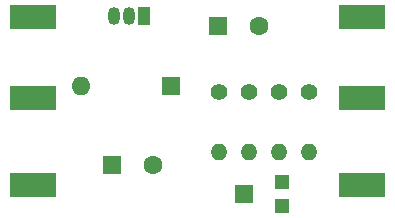
<source format=gbr>
%TF.GenerationSoftware,KiCad,Pcbnew,7.0.7*%
%TF.CreationDate,2023-08-19T23:12:14-07:00*%
%TF.ProjectId,snesypbpr-enhanced,736e6573-7970-4627-9072-2d656e68616e,rev?*%
%TF.SameCoordinates,Original*%
%TF.FileFunction,Soldermask,Top*%
%TF.FilePolarity,Negative*%
%FSLAX46Y46*%
G04 Gerber Fmt 4.6, Leading zero omitted, Abs format (unit mm)*
G04 Created by KiCad (PCBNEW 7.0.7) date 2023-08-19 23:12:14*
%MOMM*%
%LPD*%
G01*
G04 APERTURE LIST*
%ADD10R,1.200000X1.200000*%
%ADD11R,1.500000X1.600000*%
%ADD12R,1.600000X1.600000*%
%ADD13C,1.600000*%
%ADD14R,4.006000X2.000000*%
%ADD15C,1.400000*%
%ADD16O,1.400000X1.400000*%
%ADD17R,1.050000X1.500000*%
%ADD18O,1.050000X1.500000*%
%ADD19O,1.600000X1.600000*%
G04 APERTURE END LIST*
D10*
%TO.C,RV1*%
X128292000Y-81264000D03*
D11*
X125042000Y-80264000D03*
D10*
X128292000Y-79264000D03*
%TD*%
D12*
%TO.C,C1*%
X122807349Y-66040000D03*
D13*
X126307349Y-66040000D03*
%TD*%
D14*
%TO.C,J2*%
X107185000Y-79502000D03*
%TD*%
D15*
%TO.C,R4*%
X130556000Y-71628000D03*
D16*
X130556000Y-76708000D03*
%TD*%
D17*
%TO.C,Q1*%
X116586000Y-65172000D03*
D18*
X115316000Y-65172000D03*
X114046000Y-65172000D03*
%TD*%
D15*
%TO.C,R3*%
X128016000Y-71628000D03*
D16*
X128016000Y-76708000D03*
%TD*%
D15*
%TO.C,R2*%
X125476000Y-71628000D03*
D16*
X125476000Y-76708000D03*
%TD*%
D12*
%TO.C,D1*%
X118872000Y-71120000D03*
D19*
X111252000Y-71120000D03*
%TD*%
D14*
%TO.C,J3*%
X107185000Y-65278000D03*
%TD*%
%TO.C,J6*%
X135023400Y-79502000D03*
%TD*%
%TO.C,J4*%
X135023400Y-72136000D03*
%TD*%
D12*
%TO.C,C2*%
X113848000Y-77851000D03*
D13*
X117348000Y-77851000D03*
%TD*%
D14*
%TO.C,J5*%
X135023400Y-65278000D03*
%TD*%
D15*
%TO.C,R1*%
X122936000Y-71628000D03*
D16*
X122936000Y-76708000D03*
%TD*%
D14*
%TO.C,J1*%
X107185000Y-72136000D03*
%TD*%
M02*

</source>
